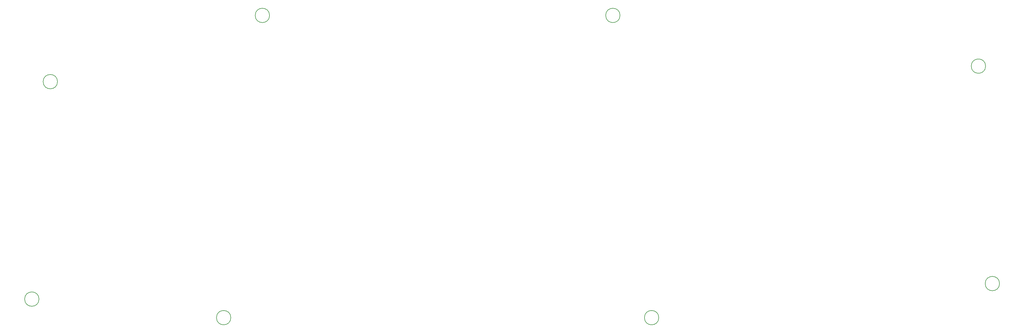
<source format=gbr>
G04 #@! TF.GenerationSoftware,KiCad,Pcbnew,(5.1.7)-1*
G04 #@! TF.CreationDate,2020-10-24T21:34:07+07:00*
G04 #@! TF.ProjectId,arisu,61726973-752e-46b6-9963-61645f706362,1.1*
G04 #@! TF.SameCoordinates,Original*
G04 #@! TF.FileFunction,Other,Comment*
%FSLAX46Y46*%
G04 Gerber Fmt 4.6, Leading zero omitted, Abs format (unit mm)*
G04 Created by KiCad (PCBNEW (5.1.7)-1) date 2020-10-24 21:34:07*
%MOMM*%
%LPD*%
G01*
G04 APERTURE LIST*
%ADD10C,0.150000*%
G04 APERTURE END LIST*
D10*
X243260266Y-120608720D02*
G75*
G03*
X243260266Y-120608720I-2200000J0D01*
G01*
X347649949Y-110157503D02*
G75*
G03*
X347649949Y-110157503I-2200000J0D01*
G01*
X59065000Y-48245000D02*
G75*
G03*
X59065000Y-48245000I-2200000J0D01*
G01*
X53397500Y-114920000D02*
G75*
G03*
X53397500Y-114920000I-2200000J0D01*
G01*
X124027220Y-27932509D02*
G75*
G03*
X124027220Y-27932509I-2200000J0D01*
G01*
X112159436Y-120609368D02*
G75*
G03*
X112159436Y-120609368I-2200000J0D01*
G01*
X231392785Y-27932509D02*
G75*
G03*
X231392785Y-27932509I-2200000J0D01*
G01*
X343380000Y-43482516D02*
G75*
G03*
X343380000Y-43482516I-2200000J0D01*
G01*
M02*

</source>
